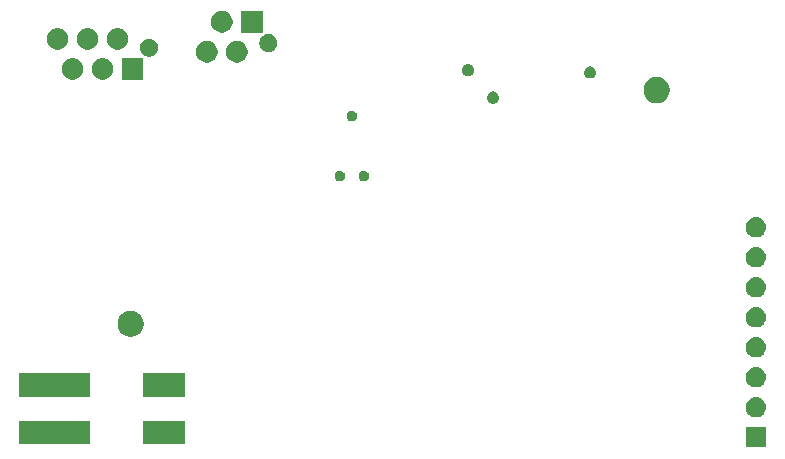
<source format=gbr>
G04 #@! TF.GenerationSoftware,KiCad,Pcbnew,5.0.2-bee76a0~70~ubuntu18.04.1*
G04 #@! TF.CreationDate,2020-05-08T14:17:04+02:00*
G04 #@! TF.ProjectId,board,626f6172-642e-46b6-9963-61645f706362,rev?*
G04 #@! TF.SameCoordinates,Original*
G04 #@! TF.FileFunction,Soldermask,Bot*
G04 #@! TF.FilePolarity,Negative*
%FSLAX46Y46*%
G04 Gerber Fmt 4.6, Leading zero omitted, Abs format (unit mm)*
G04 Created by KiCad (PCBNEW 5.0.2-bee76a0~70~ubuntu18.04.1) date Fr 08 Mai 2020 14:17:04 CEST*
%MOMM*%
%LPD*%
G01*
G04 APERTURE LIST*
%ADD10C,0.100000*%
G04 APERTURE END LIST*
D10*
G36*
X156860000Y-137969200D02*
X155140000Y-137969200D01*
X155140000Y-136249200D01*
X156860000Y-136249200D01*
X156860000Y-137969200D01*
X156860000Y-137969200D01*
G37*
G36*
X107660000Y-137710000D02*
X104140000Y-137710000D01*
X104140000Y-135690000D01*
X107660000Y-135690000D01*
X107660000Y-137710000D01*
X107660000Y-137710000D01*
G37*
G36*
X99660000Y-137710000D02*
X93640000Y-137710000D01*
X93640000Y-135690000D01*
X99660000Y-135690000D01*
X99660000Y-137710000D01*
X99660000Y-137710000D01*
G37*
G36*
X156168589Y-133721643D02*
X156330700Y-133770819D01*
X156480102Y-133850676D01*
X156526528Y-133888777D01*
X156611055Y-133958145D01*
X156680423Y-134042672D01*
X156718524Y-134089098D01*
X156798381Y-134238500D01*
X156847557Y-134400611D01*
X156864161Y-134569200D01*
X156847557Y-134737789D01*
X156798381Y-134899900D01*
X156718524Y-135049302D01*
X156680423Y-135095728D01*
X156611055Y-135180255D01*
X156526528Y-135249623D01*
X156480102Y-135287724D01*
X156330700Y-135367581D01*
X156168589Y-135416757D01*
X156042250Y-135429200D01*
X155957750Y-135429200D01*
X155831411Y-135416757D01*
X155669300Y-135367581D01*
X155519898Y-135287724D01*
X155473472Y-135249623D01*
X155388945Y-135180255D01*
X155319577Y-135095728D01*
X155281476Y-135049302D01*
X155201619Y-134899900D01*
X155152443Y-134737789D01*
X155135839Y-134569200D01*
X155152443Y-134400611D01*
X155201619Y-134238500D01*
X155281476Y-134089098D01*
X155319577Y-134042672D01*
X155388945Y-133958145D01*
X155473472Y-133888777D01*
X155519898Y-133850676D01*
X155669300Y-133770819D01*
X155831411Y-133721643D01*
X155957750Y-133709200D01*
X156042250Y-133709200D01*
X156168589Y-133721643D01*
X156168589Y-133721643D01*
G37*
G36*
X99660000Y-133710000D02*
X93640000Y-133710000D01*
X93640000Y-131690000D01*
X99660000Y-131690000D01*
X99660000Y-133710000D01*
X99660000Y-133710000D01*
G37*
G36*
X107660000Y-133710000D02*
X104140000Y-133710000D01*
X104140000Y-131690000D01*
X107660000Y-131690000D01*
X107660000Y-133710000D01*
X107660000Y-133710000D01*
G37*
G36*
X156168589Y-131181643D02*
X156330700Y-131230819D01*
X156480102Y-131310676D01*
X156526528Y-131348777D01*
X156611055Y-131418145D01*
X156680423Y-131502672D01*
X156718524Y-131549098D01*
X156793838Y-131690000D01*
X156798381Y-131698500D01*
X156847557Y-131860611D01*
X156864161Y-132029200D01*
X156847557Y-132197789D01*
X156798381Y-132359900D01*
X156718524Y-132509302D01*
X156680423Y-132555728D01*
X156611055Y-132640255D01*
X156526528Y-132709623D01*
X156480102Y-132747724D01*
X156330700Y-132827581D01*
X156168589Y-132876757D01*
X156042250Y-132889200D01*
X155957750Y-132889200D01*
X155831411Y-132876757D01*
X155669300Y-132827581D01*
X155519898Y-132747724D01*
X155473472Y-132709623D01*
X155388945Y-132640255D01*
X155319577Y-132555728D01*
X155281476Y-132509302D01*
X155201619Y-132359900D01*
X155152443Y-132197789D01*
X155135839Y-132029200D01*
X155152443Y-131860611D01*
X155201619Y-131698500D01*
X155206162Y-131690000D01*
X155281476Y-131549098D01*
X155319577Y-131502672D01*
X155388945Y-131418145D01*
X155473472Y-131348777D01*
X155519898Y-131310676D01*
X155669300Y-131230819D01*
X155831411Y-131181643D01*
X155957750Y-131169200D01*
X156042250Y-131169200D01*
X156168589Y-131181643D01*
X156168589Y-131181643D01*
G37*
G36*
X156168589Y-128641643D02*
X156330700Y-128690819D01*
X156480102Y-128770676D01*
X156526528Y-128808777D01*
X156611055Y-128878145D01*
X156680423Y-128962672D01*
X156718524Y-129009098D01*
X156798381Y-129158500D01*
X156847557Y-129320611D01*
X156864161Y-129489200D01*
X156847557Y-129657789D01*
X156798381Y-129819900D01*
X156718524Y-129969302D01*
X156680423Y-130015728D01*
X156611055Y-130100255D01*
X156526528Y-130169623D01*
X156480102Y-130207724D01*
X156330700Y-130287581D01*
X156168589Y-130336757D01*
X156042250Y-130349200D01*
X155957750Y-130349200D01*
X155831411Y-130336757D01*
X155669300Y-130287581D01*
X155519898Y-130207724D01*
X155473472Y-130169623D01*
X155388945Y-130100255D01*
X155319577Y-130015728D01*
X155281476Y-129969302D01*
X155201619Y-129819900D01*
X155152443Y-129657789D01*
X155135839Y-129489200D01*
X155152443Y-129320611D01*
X155201619Y-129158500D01*
X155281476Y-129009098D01*
X155319577Y-128962672D01*
X155388945Y-128878145D01*
X155473472Y-128808777D01*
X155519898Y-128770676D01*
X155669300Y-128690819D01*
X155831411Y-128641643D01*
X155957750Y-128629200D01*
X156042250Y-128629200D01*
X156168589Y-128641643D01*
X156168589Y-128641643D01*
G37*
G36*
X103393774Y-126432656D02*
X103595783Y-126516331D01*
X103777585Y-126637807D01*
X103932193Y-126792415D01*
X104053669Y-126974217D01*
X104137344Y-127176226D01*
X104180000Y-127390673D01*
X104180000Y-127609327D01*
X104137344Y-127823774D01*
X104053669Y-128025783D01*
X103932193Y-128207585D01*
X103777585Y-128362193D01*
X103595783Y-128483669D01*
X103393774Y-128567344D01*
X103179327Y-128610000D01*
X102960673Y-128610000D01*
X102746226Y-128567344D01*
X102544217Y-128483669D01*
X102362415Y-128362193D01*
X102207807Y-128207585D01*
X102086331Y-128025783D01*
X102002656Y-127823774D01*
X101960000Y-127609327D01*
X101960000Y-127390673D01*
X102002656Y-127176226D01*
X102086331Y-126974217D01*
X102207807Y-126792415D01*
X102362415Y-126637807D01*
X102544217Y-126516331D01*
X102746226Y-126432656D01*
X102960673Y-126390000D01*
X103179327Y-126390000D01*
X103393774Y-126432656D01*
X103393774Y-126432656D01*
G37*
G36*
X156168589Y-126101643D02*
X156330700Y-126150819D01*
X156480102Y-126230676D01*
X156526528Y-126268777D01*
X156611055Y-126338145D01*
X156653610Y-126390000D01*
X156718524Y-126469098D01*
X156798381Y-126618500D01*
X156847557Y-126780611D01*
X156864161Y-126949200D01*
X156847557Y-127117789D01*
X156829830Y-127176226D01*
X156798381Y-127279900D01*
X156718524Y-127429302D01*
X156680423Y-127475728D01*
X156611055Y-127560255D01*
X156551259Y-127609327D01*
X156480102Y-127667724D01*
X156330700Y-127747581D01*
X156168589Y-127796757D01*
X156042250Y-127809200D01*
X155957750Y-127809200D01*
X155831411Y-127796757D01*
X155669300Y-127747581D01*
X155519898Y-127667724D01*
X155448741Y-127609327D01*
X155388945Y-127560255D01*
X155319577Y-127475728D01*
X155281476Y-127429302D01*
X155201619Y-127279900D01*
X155170170Y-127176226D01*
X155152443Y-127117789D01*
X155135839Y-126949200D01*
X155152443Y-126780611D01*
X155201619Y-126618500D01*
X155281476Y-126469098D01*
X155346390Y-126390000D01*
X155388945Y-126338145D01*
X155473472Y-126268777D01*
X155519898Y-126230676D01*
X155669300Y-126150819D01*
X155831411Y-126101643D01*
X155957750Y-126089200D01*
X156042250Y-126089200D01*
X156168589Y-126101643D01*
X156168589Y-126101643D01*
G37*
G36*
X156168589Y-123561643D02*
X156330700Y-123610819D01*
X156480102Y-123690676D01*
X156526528Y-123728777D01*
X156611055Y-123798145D01*
X156680423Y-123882672D01*
X156718524Y-123929098D01*
X156798381Y-124078500D01*
X156847557Y-124240611D01*
X156864161Y-124409200D01*
X156847557Y-124577789D01*
X156798381Y-124739900D01*
X156718524Y-124889302D01*
X156680423Y-124935728D01*
X156611055Y-125020255D01*
X156526528Y-125089623D01*
X156480102Y-125127724D01*
X156330700Y-125207581D01*
X156168589Y-125256757D01*
X156042250Y-125269200D01*
X155957750Y-125269200D01*
X155831411Y-125256757D01*
X155669300Y-125207581D01*
X155519898Y-125127724D01*
X155473472Y-125089623D01*
X155388945Y-125020255D01*
X155319577Y-124935728D01*
X155281476Y-124889302D01*
X155201619Y-124739900D01*
X155152443Y-124577789D01*
X155135839Y-124409200D01*
X155152443Y-124240611D01*
X155201619Y-124078500D01*
X155281476Y-123929098D01*
X155319577Y-123882672D01*
X155388945Y-123798145D01*
X155473472Y-123728777D01*
X155519898Y-123690676D01*
X155669300Y-123610819D01*
X155831411Y-123561643D01*
X155957750Y-123549200D01*
X156042250Y-123549200D01*
X156168589Y-123561643D01*
X156168589Y-123561643D01*
G37*
G36*
X156168589Y-121021643D02*
X156330700Y-121070819D01*
X156480102Y-121150676D01*
X156526528Y-121188777D01*
X156611055Y-121258145D01*
X156680423Y-121342672D01*
X156718524Y-121389098D01*
X156798381Y-121538500D01*
X156847557Y-121700611D01*
X156864161Y-121869200D01*
X156847557Y-122037789D01*
X156798381Y-122199900D01*
X156718524Y-122349302D01*
X156680423Y-122395728D01*
X156611055Y-122480255D01*
X156526528Y-122549623D01*
X156480102Y-122587724D01*
X156330700Y-122667581D01*
X156168589Y-122716757D01*
X156042250Y-122729200D01*
X155957750Y-122729200D01*
X155831411Y-122716757D01*
X155669300Y-122667581D01*
X155519898Y-122587724D01*
X155473472Y-122549623D01*
X155388945Y-122480255D01*
X155319577Y-122395728D01*
X155281476Y-122349302D01*
X155201619Y-122199900D01*
X155152443Y-122037789D01*
X155135839Y-121869200D01*
X155152443Y-121700611D01*
X155201619Y-121538500D01*
X155281476Y-121389098D01*
X155319577Y-121342672D01*
X155388945Y-121258145D01*
X155473472Y-121188777D01*
X155519898Y-121150676D01*
X155669300Y-121070819D01*
X155831411Y-121021643D01*
X155957750Y-121009200D01*
X156042250Y-121009200D01*
X156168589Y-121021643D01*
X156168589Y-121021643D01*
G37*
G36*
X156168589Y-118481643D02*
X156330700Y-118530819D01*
X156480102Y-118610676D01*
X156526528Y-118648777D01*
X156611055Y-118718145D01*
X156680423Y-118802672D01*
X156718524Y-118849098D01*
X156798381Y-118998500D01*
X156847557Y-119160611D01*
X156864161Y-119329200D01*
X156847557Y-119497789D01*
X156798381Y-119659900D01*
X156718524Y-119809302D01*
X156680423Y-119855728D01*
X156611055Y-119940255D01*
X156526528Y-120009623D01*
X156480102Y-120047724D01*
X156330700Y-120127581D01*
X156168589Y-120176757D01*
X156042250Y-120189200D01*
X155957750Y-120189200D01*
X155831411Y-120176757D01*
X155669300Y-120127581D01*
X155519898Y-120047724D01*
X155473472Y-120009623D01*
X155388945Y-119940255D01*
X155319577Y-119855728D01*
X155281476Y-119809302D01*
X155201619Y-119659900D01*
X155152443Y-119497789D01*
X155135839Y-119329200D01*
X155152443Y-119160611D01*
X155201619Y-118998500D01*
X155281476Y-118849098D01*
X155319577Y-118802672D01*
X155388945Y-118718145D01*
X155473472Y-118648777D01*
X155519898Y-118610676D01*
X155669300Y-118530819D01*
X155831411Y-118481643D01*
X155957750Y-118469200D01*
X156042250Y-118469200D01*
X156168589Y-118481643D01*
X156168589Y-118481643D01*
G37*
G36*
X122904668Y-114534233D02*
X122948573Y-114542966D01*
X123031286Y-114577227D01*
X123105228Y-114626633D01*
X123105730Y-114626969D01*
X123169031Y-114690270D01*
X123169033Y-114690273D01*
X123218773Y-114764714D01*
X123253034Y-114847427D01*
X123270500Y-114935236D01*
X123270500Y-115024764D01*
X123253034Y-115112573D01*
X123218773Y-115195286D01*
X123169367Y-115269228D01*
X123169031Y-115269730D01*
X123105730Y-115333031D01*
X123105727Y-115333033D01*
X123031286Y-115382773D01*
X122948573Y-115417034D01*
X122860765Y-115434500D01*
X122771235Y-115434500D01*
X122683427Y-115417034D01*
X122600714Y-115382773D01*
X122526273Y-115333033D01*
X122526270Y-115333031D01*
X122462969Y-115269730D01*
X122462633Y-115269228D01*
X122413227Y-115195286D01*
X122378966Y-115112573D01*
X122361500Y-115024764D01*
X122361500Y-114935236D01*
X122378966Y-114847427D01*
X122413227Y-114764714D01*
X122462967Y-114690273D01*
X122462969Y-114690270D01*
X122526270Y-114626969D01*
X122526772Y-114626633D01*
X122600714Y-114577227D01*
X122683427Y-114542966D01*
X122727332Y-114534233D01*
X122771235Y-114525500D01*
X122860765Y-114525500D01*
X122904668Y-114534233D01*
X122904668Y-114534233D01*
G37*
G36*
X120872668Y-114534233D02*
X120916573Y-114542966D01*
X120999286Y-114577227D01*
X121073228Y-114626633D01*
X121073730Y-114626969D01*
X121137031Y-114690270D01*
X121137033Y-114690273D01*
X121186773Y-114764714D01*
X121221034Y-114847427D01*
X121238500Y-114935236D01*
X121238500Y-115024764D01*
X121221034Y-115112573D01*
X121186773Y-115195286D01*
X121137367Y-115269228D01*
X121137031Y-115269730D01*
X121073730Y-115333031D01*
X121073727Y-115333033D01*
X120999286Y-115382773D01*
X120916573Y-115417034D01*
X120828765Y-115434500D01*
X120739235Y-115434500D01*
X120651427Y-115417034D01*
X120568714Y-115382773D01*
X120494273Y-115333033D01*
X120494270Y-115333031D01*
X120430969Y-115269730D01*
X120430633Y-115269228D01*
X120381227Y-115195286D01*
X120346966Y-115112573D01*
X120329500Y-115024764D01*
X120329500Y-114935236D01*
X120346966Y-114847427D01*
X120381227Y-114764714D01*
X120430967Y-114690273D01*
X120430969Y-114690270D01*
X120494270Y-114626969D01*
X120494772Y-114626633D01*
X120568714Y-114577227D01*
X120651427Y-114542966D01*
X120695332Y-114534233D01*
X120739235Y-114525500D01*
X120828765Y-114525500D01*
X120872668Y-114534233D01*
X120872668Y-114534233D01*
G37*
G36*
X121932573Y-109462966D02*
X122015286Y-109497227D01*
X122089228Y-109546633D01*
X122089730Y-109546969D01*
X122153031Y-109610270D01*
X122153033Y-109610273D01*
X122202773Y-109684714D01*
X122237034Y-109767427D01*
X122254500Y-109855236D01*
X122254500Y-109944764D01*
X122237034Y-110032573D01*
X122202773Y-110115286D01*
X122153367Y-110189228D01*
X122153031Y-110189730D01*
X122089730Y-110253031D01*
X122089727Y-110253033D01*
X122015286Y-110302773D01*
X121932573Y-110337034D01*
X121888668Y-110345767D01*
X121844765Y-110354500D01*
X121755235Y-110354500D01*
X121711332Y-110345767D01*
X121667427Y-110337034D01*
X121584714Y-110302773D01*
X121510273Y-110253033D01*
X121510270Y-110253031D01*
X121446969Y-110189730D01*
X121446633Y-110189228D01*
X121397227Y-110115286D01*
X121362966Y-110032573D01*
X121345500Y-109944764D01*
X121345500Y-109855236D01*
X121362966Y-109767427D01*
X121397227Y-109684714D01*
X121446967Y-109610273D01*
X121446969Y-109610270D01*
X121510270Y-109546969D01*
X121510772Y-109546633D01*
X121584714Y-109497227D01*
X121667427Y-109462966D01*
X121755235Y-109445500D01*
X121844765Y-109445500D01*
X121932573Y-109462966D01*
X121932573Y-109462966D01*
G37*
G36*
X133888760Y-107849598D02*
X133981577Y-107888044D01*
X134065107Y-107943857D01*
X134136143Y-108014893D01*
X134191956Y-108098423D01*
X134230402Y-108191240D01*
X134250000Y-108289768D01*
X134250000Y-108390232D01*
X134230402Y-108488760D01*
X134191956Y-108581577D01*
X134136143Y-108665107D01*
X134065107Y-108736143D01*
X133981577Y-108791956D01*
X133888760Y-108830402D01*
X133790232Y-108850000D01*
X133689768Y-108850000D01*
X133591240Y-108830402D01*
X133498423Y-108791956D01*
X133414893Y-108736143D01*
X133343857Y-108665107D01*
X133288044Y-108581577D01*
X133249598Y-108488760D01*
X133230000Y-108390232D01*
X133230000Y-108289768D01*
X133249598Y-108191240D01*
X133288044Y-108098423D01*
X133343857Y-108014893D01*
X133414893Y-107943857D01*
X133498423Y-107888044D01*
X133591240Y-107849598D01*
X133689768Y-107830000D01*
X133790232Y-107830000D01*
X133888760Y-107849598D01*
X133888760Y-107849598D01*
G37*
G36*
X147923774Y-106632656D02*
X148125783Y-106716331D01*
X148307585Y-106837807D01*
X148462193Y-106992415D01*
X148583669Y-107174217D01*
X148667344Y-107376226D01*
X148710000Y-107590673D01*
X148710000Y-107809327D01*
X148667344Y-108023774D01*
X148583669Y-108225783D01*
X148462193Y-108407585D01*
X148307585Y-108562193D01*
X148125783Y-108683669D01*
X147923774Y-108767344D01*
X147709327Y-108810000D01*
X147490673Y-108810000D01*
X147276226Y-108767344D01*
X147074217Y-108683669D01*
X146892415Y-108562193D01*
X146737807Y-108407585D01*
X146616331Y-108225783D01*
X146532656Y-108023774D01*
X146490000Y-107809327D01*
X146490000Y-107590673D01*
X146532656Y-107376226D01*
X146616331Y-107174217D01*
X146737807Y-106992415D01*
X146892415Y-106837807D01*
X147074217Y-106716331D01*
X147276226Y-106632656D01*
X147490673Y-106590000D01*
X147709327Y-106590000D01*
X147923774Y-106632656D01*
X147923774Y-106632656D01*
G37*
G36*
X104130000Y-106830000D02*
X102310000Y-106830000D01*
X102310000Y-105010000D01*
X104130000Y-105010000D01*
X104130000Y-106830000D01*
X104130000Y-106830000D01*
G37*
G36*
X98405436Y-105044970D02*
X98571047Y-105113569D01*
X98720092Y-105213157D01*
X98846843Y-105339908D01*
X98946431Y-105488953D01*
X99015030Y-105654564D01*
X99050000Y-105830371D01*
X99050000Y-106009629D01*
X99015030Y-106185436D01*
X98946431Y-106351047D01*
X98846843Y-106500092D01*
X98720092Y-106626843D01*
X98571047Y-106726431D01*
X98405436Y-106795030D01*
X98229629Y-106830000D01*
X98050371Y-106830000D01*
X97874564Y-106795030D01*
X97708953Y-106726431D01*
X97559908Y-106626843D01*
X97433157Y-106500092D01*
X97333569Y-106351047D01*
X97264970Y-106185436D01*
X97230000Y-106009629D01*
X97230000Y-105830371D01*
X97264970Y-105654564D01*
X97333569Y-105488953D01*
X97433157Y-105339908D01*
X97559908Y-105213157D01*
X97708953Y-105113569D01*
X97874564Y-105044970D01*
X98050371Y-105010000D01*
X98229629Y-105010000D01*
X98405436Y-105044970D01*
X98405436Y-105044970D01*
G37*
G36*
X100945436Y-105044970D02*
X101111047Y-105113569D01*
X101260092Y-105213157D01*
X101386843Y-105339908D01*
X101486431Y-105488953D01*
X101555030Y-105654564D01*
X101590000Y-105830371D01*
X101590000Y-106009629D01*
X101555030Y-106185436D01*
X101486431Y-106351047D01*
X101386843Y-106500092D01*
X101260092Y-106626843D01*
X101111047Y-106726431D01*
X100945436Y-106795030D01*
X100769629Y-106830000D01*
X100590371Y-106830000D01*
X100414564Y-106795030D01*
X100248953Y-106726431D01*
X100099908Y-106626843D01*
X99973157Y-106500092D01*
X99873569Y-106351047D01*
X99804970Y-106185436D01*
X99770000Y-106009629D01*
X99770000Y-105830371D01*
X99804970Y-105654564D01*
X99873569Y-105488953D01*
X99973157Y-105339908D01*
X100099908Y-105213157D01*
X100248953Y-105113569D01*
X100414564Y-105044970D01*
X100590371Y-105010000D01*
X100769629Y-105010000D01*
X100945436Y-105044970D01*
X100945436Y-105044970D01*
G37*
G36*
X142118760Y-105719598D02*
X142211577Y-105758044D01*
X142295107Y-105813857D01*
X142366143Y-105884893D01*
X142421956Y-105968423D01*
X142460402Y-106061240D01*
X142480000Y-106159768D01*
X142480000Y-106260232D01*
X142460402Y-106358760D01*
X142421956Y-106451577D01*
X142366143Y-106535107D01*
X142295107Y-106606143D01*
X142211577Y-106661956D01*
X142118760Y-106700402D01*
X142020232Y-106720000D01*
X141919768Y-106720000D01*
X141821240Y-106700402D01*
X141728423Y-106661956D01*
X141644893Y-106606143D01*
X141573857Y-106535107D01*
X141518044Y-106451577D01*
X141479598Y-106358760D01*
X141460000Y-106260232D01*
X141460000Y-106159768D01*
X141479598Y-106061240D01*
X141518044Y-105968423D01*
X141573857Y-105884893D01*
X141644893Y-105813857D01*
X141728423Y-105758044D01*
X141821240Y-105719598D01*
X141919768Y-105700000D01*
X142020232Y-105700000D01*
X142118760Y-105719598D01*
X142118760Y-105719598D01*
G37*
G36*
X131778760Y-105529598D02*
X131871577Y-105568044D01*
X131955107Y-105623857D01*
X132026143Y-105694893D01*
X132081956Y-105778423D01*
X132120402Y-105871240D01*
X132140000Y-105969768D01*
X132140000Y-106070232D01*
X132120402Y-106168760D01*
X132081956Y-106261577D01*
X132026143Y-106345107D01*
X131955107Y-106416143D01*
X131871577Y-106471956D01*
X131778760Y-106510402D01*
X131680232Y-106530000D01*
X131579768Y-106530000D01*
X131481240Y-106510402D01*
X131388423Y-106471956D01*
X131304893Y-106416143D01*
X131233857Y-106345107D01*
X131178044Y-106261577D01*
X131139598Y-106168760D01*
X131120000Y-106070232D01*
X131120000Y-105969768D01*
X131139598Y-105871240D01*
X131178044Y-105778423D01*
X131233857Y-105694893D01*
X131304893Y-105623857D01*
X131388423Y-105568044D01*
X131481240Y-105529598D01*
X131579768Y-105510000D01*
X131680232Y-105510000D01*
X131778760Y-105529598D01*
X131778760Y-105529598D01*
G37*
G36*
X112320436Y-103594970D02*
X112486047Y-103663569D01*
X112635092Y-103763157D01*
X112761843Y-103889908D01*
X112861431Y-104038953D01*
X112930030Y-104204564D01*
X112965000Y-104380371D01*
X112965000Y-104559629D01*
X112930030Y-104735436D01*
X112861431Y-104901047D01*
X112761843Y-105050092D01*
X112635092Y-105176843D01*
X112486047Y-105276431D01*
X112320436Y-105345030D01*
X112144629Y-105380000D01*
X111965371Y-105380000D01*
X111789564Y-105345030D01*
X111623953Y-105276431D01*
X111474908Y-105176843D01*
X111348157Y-105050092D01*
X111248569Y-104901047D01*
X111179970Y-104735436D01*
X111145000Y-104559629D01*
X111145000Y-104380371D01*
X111179970Y-104204564D01*
X111248569Y-104038953D01*
X111348157Y-103889908D01*
X111474908Y-103763157D01*
X111623953Y-103663569D01*
X111789564Y-103594970D01*
X111965371Y-103560000D01*
X112144629Y-103560000D01*
X112320436Y-103594970D01*
X112320436Y-103594970D01*
G37*
G36*
X109780436Y-103594970D02*
X109946047Y-103663569D01*
X110095092Y-103763157D01*
X110221843Y-103889908D01*
X110321431Y-104038953D01*
X110390030Y-104204564D01*
X110425000Y-104380371D01*
X110425000Y-104559629D01*
X110390030Y-104735436D01*
X110321431Y-104901047D01*
X110221843Y-105050092D01*
X110095092Y-105176843D01*
X109946047Y-105276431D01*
X109780436Y-105345030D01*
X109604629Y-105380000D01*
X109425371Y-105380000D01*
X109249564Y-105345030D01*
X109083953Y-105276431D01*
X108934908Y-105176843D01*
X108808157Y-105050092D01*
X108708569Y-104901047D01*
X108639970Y-104735436D01*
X108605000Y-104559629D01*
X108605000Y-104380371D01*
X108639970Y-104204564D01*
X108708569Y-104038953D01*
X108808157Y-103889908D01*
X108934908Y-103763157D01*
X109083953Y-103663569D01*
X109249564Y-103594970D01*
X109425371Y-103560000D01*
X109604629Y-103560000D01*
X109780436Y-103594970D01*
X109780436Y-103594970D01*
G37*
G36*
X104745288Y-103369981D02*
X104841699Y-103389158D01*
X104980019Y-103446452D01*
X105104504Y-103529630D01*
X105210370Y-103635496D01*
X105293548Y-103759981D01*
X105350842Y-103898301D01*
X105350842Y-103898302D01*
X105380050Y-104045141D01*
X105380050Y-104194859D01*
X105376142Y-104214504D01*
X105350842Y-104341699D01*
X105293548Y-104480019D01*
X105210370Y-104604504D01*
X105104504Y-104710370D01*
X104980019Y-104793548D01*
X104841699Y-104850842D01*
X104768278Y-104865446D01*
X104694859Y-104880050D01*
X104545141Y-104880050D01*
X104471722Y-104865446D01*
X104398301Y-104850842D01*
X104259981Y-104793548D01*
X104135496Y-104710370D01*
X104029630Y-104604504D01*
X103946452Y-104480019D01*
X103889158Y-104341699D01*
X103863858Y-104214504D01*
X103859950Y-104194859D01*
X103859950Y-104045141D01*
X103889158Y-103898302D01*
X103889158Y-103898301D01*
X103946452Y-103759981D01*
X104029630Y-103635496D01*
X104135496Y-103529630D01*
X104259981Y-103446452D01*
X104398301Y-103389158D01*
X104494712Y-103369981D01*
X104545141Y-103359950D01*
X104694859Y-103359950D01*
X104745288Y-103369981D01*
X104745288Y-103369981D01*
G37*
G36*
X114873278Y-102984554D02*
X114946699Y-102999158D01*
X115085019Y-103056452D01*
X115209504Y-103139630D01*
X115315370Y-103245496D01*
X115398548Y-103369981D01*
X115455842Y-103508301D01*
X115460085Y-103529631D01*
X115483120Y-103645436D01*
X115485050Y-103655142D01*
X115485050Y-103804858D01*
X115455842Y-103951699D01*
X115398548Y-104090019D01*
X115315370Y-104214504D01*
X115209504Y-104320370D01*
X115085019Y-104403548D01*
X114946699Y-104460842D01*
X114799859Y-104490050D01*
X114650141Y-104490050D01*
X114503301Y-104460842D01*
X114364981Y-104403548D01*
X114240496Y-104320370D01*
X114134630Y-104214504D01*
X114051452Y-104090019D01*
X113994158Y-103951699D01*
X113964950Y-103804858D01*
X113964950Y-103655142D01*
X113966881Y-103645436D01*
X113989915Y-103529631D01*
X113994158Y-103508301D01*
X114051452Y-103369981D01*
X114134630Y-103245496D01*
X114240496Y-103139630D01*
X114364981Y-103056452D01*
X114503301Y-102999158D01*
X114576722Y-102984554D01*
X114650141Y-102969950D01*
X114799859Y-102969950D01*
X114873278Y-102984554D01*
X114873278Y-102984554D01*
G37*
G36*
X99675436Y-102504970D02*
X99841047Y-102573569D01*
X99990092Y-102673157D01*
X100116843Y-102799908D01*
X100216431Y-102948953D01*
X100285030Y-103114564D01*
X100320000Y-103290371D01*
X100320000Y-103469629D01*
X100285030Y-103645436D01*
X100216431Y-103811047D01*
X100116843Y-103960092D01*
X99990092Y-104086843D01*
X99841047Y-104186431D01*
X99675436Y-104255030D01*
X99499629Y-104290000D01*
X99320371Y-104290000D01*
X99144564Y-104255030D01*
X98978953Y-104186431D01*
X98829908Y-104086843D01*
X98703157Y-103960092D01*
X98603569Y-103811047D01*
X98534970Y-103645436D01*
X98500000Y-103469629D01*
X98500000Y-103290371D01*
X98534970Y-103114564D01*
X98603569Y-102948953D01*
X98703157Y-102799908D01*
X98829908Y-102673157D01*
X98978953Y-102573569D01*
X99144564Y-102504970D01*
X99320371Y-102470000D01*
X99499629Y-102470000D01*
X99675436Y-102504970D01*
X99675436Y-102504970D01*
G37*
G36*
X102215436Y-102504970D02*
X102381047Y-102573569D01*
X102530092Y-102673157D01*
X102656843Y-102799908D01*
X102756431Y-102948953D01*
X102825030Y-103114564D01*
X102860000Y-103290371D01*
X102860000Y-103469629D01*
X102825030Y-103645436D01*
X102756431Y-103811047D01*
X102656843Y-103960092D01*
X102530092Y-104086843D01*
X102381047Y-104186431D01*
X102215436Y-104255030D01*
X102039629Y-104290000D01*
X101860371Y-104290000D01*
X101684564Y-104255030D01*
X101518953Y-104186431D01*
X101369908Y-104086843D01*
X101243157Y-103960092D01*
X101143569Y-103811047D01*
X101074970Y-103645436D01*
X101040000Y-103469629D01*
X101040000Y-103290371D01*
X101074970Y-103114564D01*
X101143569Y-102948953D01*
X101243157Y-102799908D01*
X101369908Y-102673157D01*
X101518953Y-102573569D01*
X101684564Y-102504970D01*
X101860371Y-102470000D01*
X102039629Y-102470000D01*
X102215436Y-102504970D01*
X102215436Y-102504970D01*
G37*
G36*
X97135436Y-102504970D02*
X97301047Y-102573569D01*
X97450092Y-102673157D01*
X97576843Y-102799908D01*
X97676431Y-102948953D01*
X97745030Y-103114564D01*
X97780000Y-103290371D01*
X97780000Y-103469629D01*
X97745030Y-103645436D01*
X97676431Y-103811047D01*
X97576843Y-103960092D01*
X97450092Y-104086843D01*
X97301047Y-104186431D01*
X97135436Y-104255030D01*
X96959629Y-104290000D01*
X96780371Y-104290000D01*
X96604564Y-104255030D01*
X96438953Y-104186431D01*
X96289908Y-104086843D01*
X96163157Y-103960092D01*
X96063569Y-103811047D01*
X95994970Y-103645436D01*
X95960000Y-103469629D01*
X95960000Y-103290371D01*
X95994970Y-103114564D01*
X96063569Y-102948953D01*
X96163157Y-102799908D01*
X96289908Y-102673157D01*
X96438953Y-102573569D01*
X96604564Y-102504970D01*
X96780371Y-102470000D01*
X96959629Y-102470000D01*
X97135436Y-102504970D01*
X97135436Y-102504970D01*
G37*
G36*
X114235000Y-102840000D02*
X112415000Y-102840000D01*
X112415000Y-101020000D01*
X114235000Y-101020000D01*
X114235000Y-102840000D01*
X114235000Y-102840000D01*
G37*
G36*
X111050436Y-101054970D02*
X111216047Y-101123569D01*
X111365092Y-101223157D01*
X111491843Y-101349908D01*
X111591431Y-101498953D01*
X111660030Y-101664564D01*
X111695000Y-101840371D01*
X111695000Y-102019629D01*
X111660030Y-102195436D01*
X111591431Y-102361047D01*
X111491843Y-102510092D01*
X111365092Y-102636843D01*
X111216047Y-102736431D01*
X111050436Y-102805030D01*
X110874629Y-102840000D01*
X110695371Y-102840000D01*
X110519564Y-102805030D01*
X110353953Y-102736431D01*
X110204908Y-102636843D01*
X110078157Y-102510092D01*
X109978569Y-102361047D01*
X109909970Y-102195436D01*
X109875000Y-102019629D01*
X109875000Y-101840371D01*
X109909970Y-101664564D01*
X109978569Y-101498953D01*
X110078157Y-101349908D01*
X110204908Y-101223157D01*
X110353953Y-101123569D01*
X110519564Y-101054970D01*
X110695371Y-101020000D01*
X110874629Y-101020000D01*
X111050436Y-101054970D01*
X111050436Y-101054970D01*
G37*
M02*

</source>
